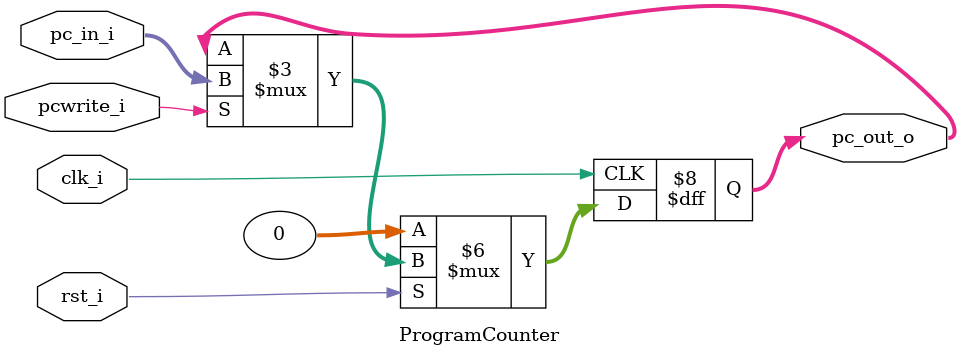
<source format=v>


module ProgramCounter(
    clk_i,
	rst_i,
    pcwrite_i,
	pc_in_i,
	pc_out_o
	);

//I/O ports
input           clk_i;
input	        rst_i;
input           pcwrite_i;
input  [32-1:0] pc_in_i;
output [32-1:0] pc_out_o;

//Internal Signals
reg    [32-1:0] pc_out_o;

//Parameter


//Main function
always @(posedge clk_i) begin
    if(~rst_i)
	    pc_out_o <= 0;
	else if (pcwrite_i)
	    pc_out_o <= pc_in_i;
end

endmodule

</source>
